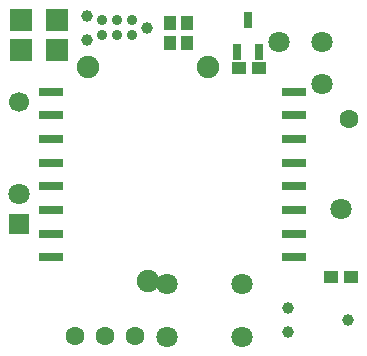
<source format=gbs>
G04 DipTrace 3.0.0.1*
G04 Limbus-modelD-rev01.GBS*
%MOMM*%
G04 #@! TF.FileFunction,Soldermask,Bot*
G04 #@! TF.Part,Single*
%ADD24C,1.8*%
%ADD47C,1.6*%
%ADD50C,1.0*%
%ADD55C,1.7*%
%ADD64R,2.1X0.7*%
%ADD73R,0.75X1.35*%
%ADD77C,0.8874*%
%ADD81R,1.2X1.1*%
%ADD83R,1.9X1.9*%
%ADD84R,1.1X1.2*%
%ADD86C,1.9*%
%ADD89R,1.7X1.7*%
%FSLAX35Y35*%
G04*
G71*
G90*
G75*
G01*
G04 BotMask*
%LPD*%
D89*
X1158763Y2174873D3*
D24*
X3880543Y2301873D3*
X1158763Y2428873D3*
D86*
X2757300Y3504100D3*
X1741300D3*
X2249300Y1694000D3*
D84*
X2430000Y3705000D3*
Y3875000D3*
D83*
X1476300Y3651403D3*
X1176300D3*
X1476300Y3905430D3*
X1176300D3*
D50*
X3937170Y1365170D3*
X3429170Y1263570D3*
Y1466770D3*
D77*
X2110000Y3775000D3*
Y3902000D3*
X1983000Y3775000D3*
Y3902000D3*
X1856000Y3775000D3*
Y3902000D3*
D50*
X2237000Y3838500D3*
X1729000Y3940100D3*
Y3736900D3*
D73*
X3190750Y3635250D3*
X3000750D3*
X3095750Y3905250D3*
D84*
X2575000Y3875000D3*
Y3705000D3*
D81*
X3190980Y3492637D3*
X3020980D3*
X3798937Y1730327D3*
X3968937D3*
D64*
X1430000Y1895000D3*
Y2095000D3*
Y2295000D3*
Y2495000D3*
Y2695000D3*
Y2895000D3*
Y3095000D3*
Y3295000D3*
X3480000D3*
Y3095000D3*
Y2895000D3*
Y2695000D3*
Y2495000D3*
Y2295000D3*
Y2095000D3*
Y1895000D3*
D24*
X3720000Y3360000D3*
Y3720000D3*
X3360000D3*
X2405000Y1220000D3*
Y1670000D3*
X3045000D3*
Y1220000D3*
D47*
X2140000Y1230000D3*
X1885000D3*
X1630000D3*
D55*
X1158750Y3206627D3*
D47*
X3952750Y3063750D3*
M02*

</source>
